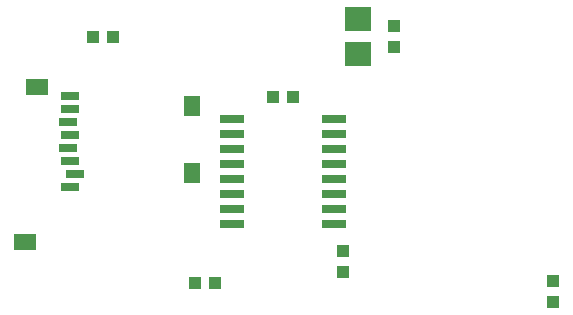
<source format=gtp>
G75*
G70*
%OFA0B0*%
%FSLAX24Y24*%
%IPPOS*%
%LPD*%
%AMOC8*
5,1,8,0,0,1.08239X$1,22.5*
%
%ADD10R,0.0394X0.0433*%
%ADD11R,0.0551X0.0709*%
%ADD12R,0.0748X0.0551*%
%ADD13R,0.0591X0.0315*%
%ADD14R,0.0433X0.0394*%
%ADD15R,0.0800X0.0260*%
%ADD16R,0.0866X0.0787*%
D10*
X008077Y005304D03*
X008746Y005304D03*
X014712Y013169D03*
X014712Y013839D03*
D11*
X007974Y011177D03*
X007974Y008953D03*
D12*
X002797Y011827D03*
X002403Y006650D03*
D13*
X003919Y008484D03*
X004077Y008917D03*
X003919Y009350D03*
X003840Y009783D03*
X003919Y010217D03*
X003840Y010650D03*
X003919Y011083D03*
X003919Y011516D03*
D14*
X004677Y013504D03*
X005346Y013504D03*
X010677Y011504D03*
X011346Y011504D03*
X013012Y006339D03*
X013012Y005669D03*
X020012Y005339D03*
X020012Y004669D03*
D15*
X012722Y007254D03*
X012722Y007754D03*
X012722Y008254D03*
X012722Y008754D03*
X012722Y009254D03*
X012722Y009754D03*
X012722Y010254D03*
X012722Y010754D03*
X009302Y010754D03*
X009302Y010254D03*
X009302Y009754D03*
X009302Y009254D03*
X009302Y008754D03*
X009302Y008254D03*
X009302Y007754D03*
X009302Y007254D03*
D16*
X013512Y012913D03*
X013512Y014094D03*
M02*

</source>
